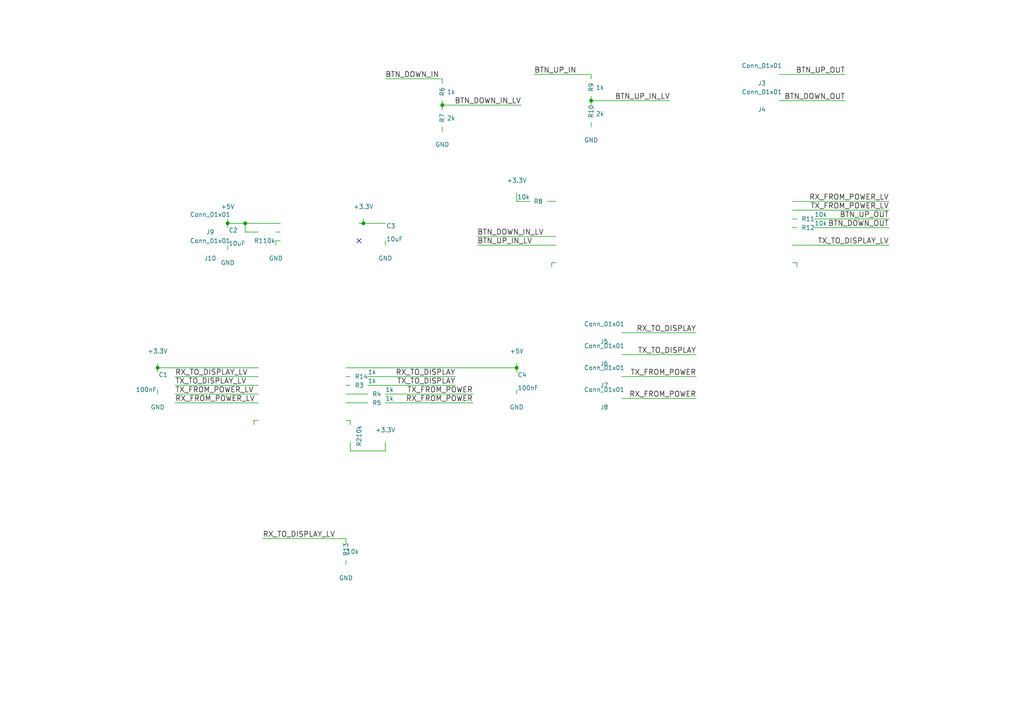
<source format=kicad_sch>
(kicad_sch (version 20230121) (generator eeschema)
  (paper "A4")
  (lib_symbols)
  (junction (at 149.86 106.68))
  (junction (at 128.27 30.48))
  (junction (at 71.12 64.77))
  (junction (at 105.41 64.77))
  (junction (at 66.04 64.77))
  (junction (at 45.72 106.68))
  (junction (at 171.45 29.21))
  (no_connect (at 104.14 69.85))
  (wire (pts (xy 80.01 69.85) (xy 80.01 71.12)))
  (wire (pts (xy 106.68 109.22) (xy 132.08 109.22)))
  (wire (pts (xy 74.93 121.92) (xy 73.66 121.92)))
  (wire (pts (xy 229.87 63.5) (xy 231.14 63.5)))
  (wire (pts (xy 66.04 64.77) (xy 71.12 64.77)))
  (wire (pts (xy 149.86 106.68) (xy 149.86 107.95)))
  (wire (pts (xy 81.28 69.85) (xy 80.01 69.85)))
  (wire (pts (xy 111.76 22.86) (xy 128.27 22.86)))
  (wire (pts (xy 74.93 67.31) (xy 71.12 67.31)))
  (wire (pts (xy 229.87 66.04) (xy 231.14 66.04)))
  (wire (pts (xy 154.94 21.59) (xy 171.45 21.59)))
  (wire (pts (xy 201.93 102.87) (xy 180.34 102.87)))
  (wire (pts (xy 231.14 76.2) (xy 229.87 76.2)))
  (wire (pts (xy 73.66 121.92) (xy 73.66 123.19)))
  (wire (pts (xy 101.6 130.81) (xy 111.76 130.81)))
  (wire (pts (xy 171.45 27.94) (xy 171.45 29.21)))
  (wire (pts (xy 151.13 30.48) (xy 128.27 30.48)))
  (wire (pts (xy 201.93 109.22) (xy 180.34 109.22)))
  (wire (pts (xy 194.31 29.21) (xy 171.45 29.21)))
  (wire (pts (xy 111.76 114.3) (xy 137.16 114.3)))
  (wire (pts (xy 245.11 29.21) (xy 226.06 29.21)))
  (wire (pts (xy 160.02 76.2) (xy 160.02 77.47)))
  (wire (pts (xy 66.04 64.77) (xy 66.04 66.04)))
  (wire (pts (xy 111.76 71.12) (xy 111.76 69.85)))
  (wire (pts (xy 101.6 121.92) (xy 101.6 123.19)))
  (wire (pts (xy 66.04 63.5) (xy 66.04 64.77)))
  (wire (pts (xy 171.45 21.59) (xy 171.45 22.86)))
  (wire (pts (xy 171.45 36.83) (xy 171.45 35.56)))
  (wire (pts (xy 231.14 77.47) (xy 231.14 76.2)))
  (wire (pts (xy 74.93 114.3) (xy 50.8 114.3)))
  (wire (pts (xy 100.33 106.68) (xy 149.86 106.68)))
  (wire (pts (xy 66.04 72.39) (xy 66.04 71.12)))
  (wire (pts (xy 158.75 58.42) (xy 161.29 58.42)))
  (wire (pts (xy 128.27 29.21) (xy 128.27 30.48)))
  (wire (pts (xy 236.22 66.04) (xy 257.81 66.04)))
  (wire (pts (xy 149.86 105.41) (xy 149.86 106.68)))
  (wire (pts (xy 76.2 156.21) (xy 100.33 156.21)))
  (wire (pts (xy 45.72 106.68) (xy 45.72 107.95)))
  (wire (pts (xy 45.72 105.41) (xy 45.72 106.68)))
  (wire (pts (xy 50.8 111.76) (xy 74.93 111.76)))
  (wire (pts (xy 153.67 58.42) (xy 149.86 58.42)))
  (wire (pts (xy 171.45 29.21) (xy 171.45 30.48)))
  (wire (pts (xy 111.76 130.81) (xy 111.76 128.27)))
  (wire (pts (xy 257.81 60.96) (xy 229.87 60.96)))
  (wire (pts (xy 229.87 71.12) (xy 257.81 71.12)))
  (wire (pts (xy 45.72 114.3) (xy 45.72 113.03)))
  (wire (pts (xy 100.33 121.92) (xy 101.6 121.92)))
  (wire (pts (xy 81.28 67.31) (xy 80.01 67.31)))
  (wire (pts (xy 138.43 71.12) (xy 161.29 71.12)))
  (wire (pts (xy 100.33 114.3) (xy 106.68 114.3)))
  (wire (pts (xy 71.12 64.77) (xy 81.28 64.77)))
  (wire (pts (xy 101.6 128.27) (xy 101.6 130.81)))
  (wire (pts (xy 226.06 21.59) (xy 245.11 21.59)))
  (wire (pts (xy 100.33 109.22) (xy 101.6 109.22)))
  (wire (pts (xy 149.86 114.3) (xy 149.86 113.03)))
  (wire (pts (xy 104.14 64.77) (xy 105.41 64.77)))
  (wire (pts (xy 128.27 38.1) (xy 128.27 36.83)))
  (wire (pts (xy 106.68 116.84) (xy 100.33 116.84)))
  (wire (pts (xy 105.41 64.77) (xy 105.41 63.5)))
  (wire (pts (xy 74.93 106.68) (xy 45.72 106.68)))
  (wire (pts (xy 128.27 30.48) (xy 128.27 31.75)))
  (wire (pts (xy 149.86 58.42) (xy 149.86 55.88)))
  (wire (pts (xy 71.12 67.31) (xy 71.12 64.77)))
  (wire (pts (xy 100.33 163.83) (xy 100.33 162.56)))
  (wire (pts (xy 100.33 111.76) (xy 101.6 111.76)))
  (wire (pts (xy 50.8 109.22) (xy 74.93 109.22)))
  (wire (pts (xy 236.22 63.5) (xy 257.81 63.5)))
  (wire (pts (xy 50.8 116.84) (xy 74.93 116.84)))
  (wire (pts (xy 229.87 58.42) (xy 257.81 58.42)))
  (wire (pts (xy 161.29 68.58) (xy 138.43 68.58)))
  (wire (pts (xy 105.41 64.77) (xy 111.76 64.77)))
  (wire (pts (xy 201.93 115.57) (xy 180.34 115.57)))
  (wire (pts (xy 137.16 116.84) (xy 111.76 116.84)))
  (wire (pts (xy 106.68 111.76) (xy 132.08 111.76)))
  (wire (pts (xy 100.33 156.21) (xy 100.33 157.48)))
  (wire (pts (xy 201.93 96.52) (xy 180.34 96.52)))
  (wire (pts (xy 161.29 76.2) (xy 160.02 76.2)))
  (wire (pts (xy 128.27 22.86) (xy 128.27 24.13)))
  (label "RX_TO_DISPLAY" (at 201.93 96.52 180) (effects (font (size 1.524 1.524))))
  (label "BTN_DOWN_OUT" (at 245.11 29.21 180) (effects (font (size 1.524 1.524))))
  (label "RX_FROM_POWER" (at 137.16 116.84 180) (effects (font (size 1.524 1.524))))
  (label "TX_FROM_POWER" (at 137.16 114.3 180) (effects (font (size 1.524 1.524))))
  (label "RX_FROM_POWER_LV" (at 50.8 116.84 0) (effects (font (size 1.524 1.524))))
  (label "BTN_DOWN_IN" (at 111.76 22.86 0) (effects (font (size 1.524 1.524))))
  (label "TX_TO_DISPLAY_LV" (at 50.8 111.76 0) (effects (font (size 1.524 1.524))))
  (label "TX_TO_DISPLAY_LV" (at 257.81 71.12 180) (effects (font (size 1.524 1.524))))
  (label "TX_FROM_POWER_LV" (at 50.8 114.3 0) (effects (font (size 1.524 1.524))))
  (label "BTN_UP_IN" (at 154.94 21.59 0) (effects (font (size 1.524 1.524))))
  (label "TX_TO_DISPLAY" (at 132.08 111.76 180) (effects (font (size 1.524 1.524))))
  (label "BTN_UP_IN_LV" (at 194.31 29.21 180) (effects (font (size 1.524 1.524))))
  (label "RX_FROM_POWER" (at 201.93 115.57 180) (effects (font (size 1.524 1.524))))
  (label "RX_TO_DISPLAY" (at 132.08 109.22 180) (effects (font (size 1.524 1.524))))
  (label "BTN_DOWN_IN_LV" (at 151.13 30.48 180) (effects (font (size 1.524 1.524))))
  (label "TX_FROM_POWER_LV" (at 257.81 60.96 180) (effects (font (size 1.524 1.524))))
  (label "RX_FROM_POWER_LV" (at 257.81 58.42 180) (effects (font (size 1.524 1.524))))
  (label "TX_TO_DISPLAY" (at 201.93 102.87 180) (effects (font (size 1.524 1.524))))
  (label "RX_TO_DISPLAY_LV" (at 50.8 109.22 0) (effects (font (size 1.524 1.524))))
  (label "BTN_DOWN_OUT" (at 257.81 66.04 180) (effects (font (size 1.524 1.524))))
  (label "TX_FROM_POWER" (at 201.93 109.22 180) (effects (font (size 1.524 1.524))))
  (label "RX_TO_DISPLAY_LV" (at 76.2 156.21 0) (effects (font (size 1.524 1.524))))
  (label "BTN_UP_IN_LV" (at 138.43 71.12 0) (effects (font (size 1.524 1.524))))
  (label "BTN_UP_OUT" (at 245.11 21.59 180) (effects (font (size 1.524 1.524))))
  (label "BTN_DOWN_IN_LV" (at 138.43 68.58 0) (effects (font (size 1.524 1.524))))
  (label "BTN_UP_OUT" (at 257.81 63.5 180) (effects (font (size 1.524 1.524))))
  (symbol (lib_id "+5V") (at 66.04 63.5 0) (unit 1)
    (property "Reference" "#PWR01" (effects hide))
    (property "Value" "+5V" (at 66.04 59.944 0))
  )
  (symbol (lib_id "ESP8266_12S") (at 195.58 67.31 0) (unit 1)
    (property "Reference" "U3" (at 195.58 81.28 0) (effects (font (size 1.524 1.524))))
    (property "Value" "ESP8266_12S" (at 195.58 53.34 0) (effects (font (size 1.524 1.524))))
    (property "Footprint" "NQBit.pretty:ESP8266_07" (effects hide))
  )
  (symbol (lib_id "AP2112") (at 92.71 67.31 0) (unit 1)
    (property "Reference" "U2" (at 92.71 60.96 0) (effects (font (size 1.524 1.524))))
    (property "Value" "AP2112" (at 92.71 73.66 0) (effects (font (size 1.524 1.524))))
    (property "Footprint" "TO_SOT_Packages_SMD:SOT-23-5_HandSoldering" (effects hide))
  )
  (symbol (lib_id "R_Small") (at 77.47 67.31 270) (unit 1)
    (property "Reference" "R1" (at 73.66 69.85 90) (effects (justify left)))
    (property "Value" "10k" (at 76.2 69.85 90) (effects (justify left)))
    (property "Footprint" "Resistors_SMD:R_0805_HandSoldering" (effects hide))
  )
  (symbol (lib_id "GND") (at 80.01 71.12 0) (unit 1)
    (property "Reference" "#PWR02" (effects hide))
    (property "Value" "GND" (at 80.01 74.93 0))
  )
  (symbol (lib_id "C_Small") (at 66.04 68.58 0) (unit 1)
    (property "Reference" "C2" (at 66.294 66.802 0) (effects (justify left)))
    (property "Value" "10uF" (at 66.294 70.612 0) (effects (justify left)))
    (property "Footprint" "Capacitors_SMD:C_0805_HandSoldering" (effects hide))
  )
  (symbol (lib_id "GND") (at 66.04 72.39 0) (unit 1)
    (property "Reference" "#PWR03" (effects hide))
    (property "Value" "GND" (at 66.04 76.2 0))
  )
  (symbol (lib_id "+3.3V") (at 105.41 63.5 0) (unit 1)
    (property "Reference" "#PWR04" (effects hide))
    (property "Value" "+3.3V" (at 105.41 59.944 0))
  )
  (symbol (lib_id "C_Small") (at 111.76 67.31 0) (unit 1)
    (property "Reference" "C3" (at 112.014 65.532 0) (effects (justify left)))
    (property "Value" "10uF" (at 112.014 69.342 0) (effects (justify left)))
    (property "Footprint" "Capacitors_SMD:C_0805_HandSoldering" (effects hide))
  )
  (symbol (lib_id "GND") (at 111.76 71.12 0) (unit 1)
    (property "Reference" "#PWR05" (effects hide))
    (property "Value" "GND" (at 111.76 74.93 0))
  )
  (symbol (lib_id "TXB0104") (at 87.63 114.3 0) (unit 1)
    (property "Reference" "U1" (at 87.63 102.87 0) (effects (font (size 1.524 1.524))))
    (property "Value" "TXB0104" (at 87.63 125.73 0) (effects (font (size 1.524 1.524))))
    (property "Footprint" "SMD_Packages:SOIC-14_N" (effects hide))
  )
  (symbol (lib_id "C_Small") (at 45.72 110.49 0) (unit 1)
    (property "Reference" "C1" (at 45.974 108.712 0) (effects (justify left)))
    (property "Value" "100nF" (at 39.37 113.03 0) (effects (justify left)))
    (property "Footprint" "Capacitors_SMD:C_0805_HandSoldering" (effects hide))
  )
  (symbol (lib_id "GND") (at 45.72 114.3 0) (unit 1)
    (property "Reference" "#PWR06" (effects hide))
    (property "Value" "GND" (at 45.72 118.11 0))
  )
  (symbol (lib_id "+3.3V") (at 45.72 105.41 0) (unit 1)
    (property "Reference" "#PWR07" (effects hide))
    (property "Value" "+3.3V" (at 45.72 101.854 0))
  )
  (symbol (lib_id "C_Small") (at 149.86 110.49 0) (unit 1)
    (property "Reference" "C4" (at 150.114 108.712 0) (effects (justify left)))
    (property "Value" "100nF" (at 150.114 112.522 0) (effects (justify left)))
    (property "Footprint" "Capacitors_SMD:C_0805_HandSoldering" (effects hide))
  )
  (symbol (lib_id "GND") (at 149.86 114.3 0) (unit 1)
    (property "Reference" "#PWR08" (effects hide))
    (property "Value" "GND" (at 149.86 118.11 0))
  )
  (symbol (lib_id "+5V") (at 149.86 105.41 0) (unit 1)
    (property "Reference" "#PWR09" (effects hide))
    (property "Value" "+5V" (at 149.86 101.854 0))
  )
  (symbol (lib_id "R_Small") (at 101.6 125.73 0) (unit 1)
    (property "Reference" "R2" (at 104.14 129.54 90) (effects (justify left)))
    (property "Value" "10k" (at 104.14 127 90) (effects (justify left)))
    (property "Footprint" "Resistors_SMD:R_0805_HandSoldering" (effects hide))
  )
  (symbol (lib_id "+3.3V") (at 111.76 128.27 0) (unit 1)
    (property "Reference" "#PWR010" (effects hide))
    (property "Value" "+3.3V" (at 111.76 124.714 0))
  )
  (symbol (lib_id "GND") (at 73.66 123.19 0) (unit 1)
    (property "Reference" "#PWR011" (effects hide))
    (property "Value" "GND" (at 73.66 127 0))
  )
  (symbol (lib_id "R_Small") (at 109.22 116.84 270) (unit 1)
    (property "Reference" "R5" (at 107.95 116.84 90) (effects (justify left)))
    (property "Value" "1k" (at 111.76 115.57 90) (effects (justify left)))
    (property "Footprint" "Resistors_SMD:R_0805_HandSoldering" (effects hide))
  )
  (symbol (lib_id "R_Small") (at 109.22 114.3 270) (unit 1)
    (property "Reference" "R4" (at 107.95 114.3 90) (effects (justify left)))
    (property "Value" "1k" (at 111.76 113.03 90) (effects (justify left)))
    (property "Footprint" "Resistors_SMD:R_0805_HandSoldering" (effects hide))
  )
  (symbol (lib_id "R_Small") (at 104.14 111.76 270) (unit 1)
    (property "Reference" "R3" (at 102.87 111.76 90) (effects (justify left)))
    (property "Value" "1k" (at 106.68 110.49 90) (effects (justify left)))
    (property "Footprint" "Resistors_SMD:R_0805_HandSoldering" (effects hide))
  )
  (symbol (lib_id "GND") (at 231.14 77.47 0) (unit 1)
    (property "Reference" "#PWR012" (effects hide))
    (property "Value" "GND" (at 231.14 81.28 0))
  )
  (symbol (lib_id "+3.3V") (at 160.02 77.47 180) (unit 1)
    (property "Reference" "#PWR013" (effects hide))
    (property "Value" "+3.3V" (at 160.02 81.026 0))
  )
  (symbol (lib_id "R_Small") (at 233.68 66.04 270) (unit 1)
    (property "Reference" "R12" (at 232.41 66.04 90) (effects (justify left)))
    (property "Value" "10k" (at 236.22 64.77 90) (effects (justify left)))
    (property "Footprint" "Resistors_SMD:R_0805_HandSoldering" (effects hide))
  )
  (symbol (lib_id "R_Small") (at 233.68 63.5 270) (unit 1)
    (property "Reference" "R11" (at 232.41 63.5 90) (effects (justify left)))
    (property "Value" "10k" (at 236.22 62.23 90) (effects (justify left)))
    (property "Footprint" "Resistors_SMD:R_0805_HandSoldering" (effects hide))
  )
  (symbol (lib_id "R_Small") (at 128.27 34.29 0) (mirror y) (unit 1)
    (property "Reference" "R7" (at 128.27 35.56 90) (effects (justify left)))
    (property "Value" "2k" (at 132.08 34.29 0) (effects (justify left)))
    (property "Footprint" "Resistors_SMD:R_0805_HandSoldering" (effects hide))
  )
  (symbol (lib_id "R_Small") (at 128.27 26.67 0) (mirror y) (unit 1)
    (property "Reference" "R6" (at 128.27 27.94 90) (effects (justify left)))
    (property "Value" "1k" (at 132.08 26.67 0) (effects (justify left)))
    (property "Footprint" "Resistors_SMD:R_0805_HandSoldering" (effects hide))
  )
  (symbol (lib_id "R_Small") (at 156.21 58.42 90) (mirror x) (unit 1)
    (property "Reference" "R8" (at 157.48 58.42 90) (effects (justify left)))
    (property "Value" "10k" (at 153.67 57.15 90) (effects (justify left)))
    (property "Footprint" "Resistors_SMD:R_0805_HandSoldering" (effects hide))
  )
  (symbol (lib_id "+3.3V") (at 149.86 55.88 0) (unit 1)
    (property "Reference" "#PWR014" (effects hide))
    (property "Value" "+3.3V" (at 149.86 52.324 0))
  )
  (symbol (lib_id "GND") (at 128.27 38.1 0) (unit 1)
    (property "Reference" "#PWR015" (effects hide))
    (property "Value" "GND" (at 128.27 41.91 0))
  )
  (symbol (lib_id "R_Small") (at 171.45 33.02 0) (mirror y) (unit 1)
    (property "Reference" "R10" (at 171.45 34.29 90) (effects (justify left)))
    (property "Value" "2k" (at 175.26 33.02 0) (effects (justify left)))
    (property "Footprint" "Resistors_SMD:R_0805_HandSoldering" (effects hide))
  )
  (symbol (lib_id "R_Small") (at 171.45 25.4 0) (mirror y) (unit 1)
    (property "Reference" "R9" (at 171.45 26.67 90) (effects (justify left)))
    (property "Value" "1k" (at 175.26 25.4 0) (effects (justify left)))
    (property "Footprint" "Resistors_SMD:R_0805_HandSoldering" (effects hide))
  )
  (symbol (lib_id "GND") (at 171.45 36.83 0) (unit 1)
    (property "Reference" "#PWR016" (effects hide))
    (property "Value" "GND" (at 171.45 40.64 0))
  )
  (symbol (lib_id "Conn_01x01") (at 149.86 21.59 180) (unit 1)
    (property "Reference" "J2" (at 149.86 24.13 0))
    (property "Value" "Conn_01x01" (at 149.86 19.05 0))
    (property "Footprint" "Connect:Pin_d1.0mm_L10.0mm_LooseFit" (effects hide))
  )
  (symbol (lib_id "Conn_01x01") (at 106.68 22.86 180) (unit 1)
    (property "Reference" "J1" (at 106.68 25.4 0))
    (property "Value" "Conn_01x01" (at 106.68 20.32 0))
    (property "Footprint" "Connect:Pin_d1.0mm_L10.0mm_LooseFit" (effects hide))
  )
  (symbol (lib_id "Conn_01x01") (at 220.98 21.59 180) (unit 1)
    (property "Reference" "J3" (at 220.98 24.13 0))
    (property "Value" "Conn_01x01" (at 220.98 19.05 0))
    (property "Footprint" "Connect:Pin_d1.0mm_L10.0mm_LooseFit" (effects hide))
  )
  (symbol (lib_id "Conn_01x01") (at 220.98 29.21 180) (unit 1)
    (property "Reference" "J4" (at 220.98 31.75 0))
    (property "Value" "Conn_01x01" (at 220.98 26.67 0))
    (property "Footprint" "Connect:Pin_d1.0mm_L10.0mm_LooseFit" (effects hide))
  )
  (symbol (lib_id "Conn_01x01") (at 175.26 102.87 180) (unit 1)
    (property "Reference" "J6" (at 175.26 105.41 0))
    (property "Value" "Conn_01x01" (at 175.26 100.33 0))
    (property "Footprint" "Connect:Pin_d1.0mm_L10.0mm_LooseFit" (effects hide))
  )
  (symbol (lib_id "Conn_01x01") (at 175.26 109.22 180) (unit 1)
    (property "Reference" "J7" (at 175.26 111.76 0))
    (property "Value" "Conn_01x01" (at 175.26 106.68 0))
    (property "Footprint" "Connect:Pin_d1.0mm_L10.0mm_LooseFit" (effects hide))
  )
  (symbol (lib_id "Conn_01x01") (at 175.26 115.57 180) (unit 1)
    (property "Reference" "J8" (at 175.26 118.11 0))
    (property "Value" "Conn_01x01" (at 175.26 113.03 0))
    (property "Footprint" "Connect:Pin_d1.0mm_L10.0mm_LooseFit" (effects hide))
  )
  (symbol (lib_id "Conn_01x01") (at 175.26 96.52 180) (unit 1)
    (property "Reference" "J5" (at 175.26 99.06 0))
    (property "Value" "Conn_01x01" (at 175.26 93.98 0))
    (property "Footprint" "Connect:Pin_d1.0mm_L10.0mm_LooseFit" (effects hide))
  )
  (symbol (lib_id "R_Small") (at 104.14 109.22 270) (unit 1)
    (property "Reference" "R14" (at 102.87 109.22 90) (effects (justify left)))
    (property "Value" "1k" (at 106.68 107.95 90) (effects (justify left)))
    (property "Footprint" "Resistors_SMD:R_0805_HandSoldering" (effects hide))
  )
  (symbol (lib_id "R_Small") (at 100.33 160.02 0) (mirror y) (unit 1)
    (property "Reference" "R13" (at 100.33 161.29 90) (effects (justify left)))
    (property "Value" "10k" (at 104.14 160.02 0) (effects (justify left)))
    (property "Footprint" "Resistors_SMD:R_0805_HandSoldering" (effects hide))
  )
  (symbol (lib_id "GND") (at 100.33 163.83 0) (unit 1)
    (property "Reference" "#PWR017" (effects hide))
    (property "Value" "GND" (at 100.33 167.64 0))
  )
  (symbol (lib_id "Conn_01x01") (at 60.96 64.77 180) (unit 1)
    (property "Reference" "J9" (at 60.96 67.31 0))
    (property "Value" "Conn_01x01" (at 60.96 62.23 0))
    (property "Footprint" "Connect:Pin_d1.0mm_L10.0mm_LooseFit" (effects hide))
  )
  (symbol (lib_id "Conn_01x01") (at 60.96 72.39 180) (unit 1)
    (property "Reference" "J10" (at 60.96 74.93 0))
    (property "Value" "Conn_01x01" (at 60.96 69.85 0))
    (property "Footprint" "Connect:Pin_d1.0mm_L10.0mm_LooseFit" (effects hide))
  )
)
</source>
